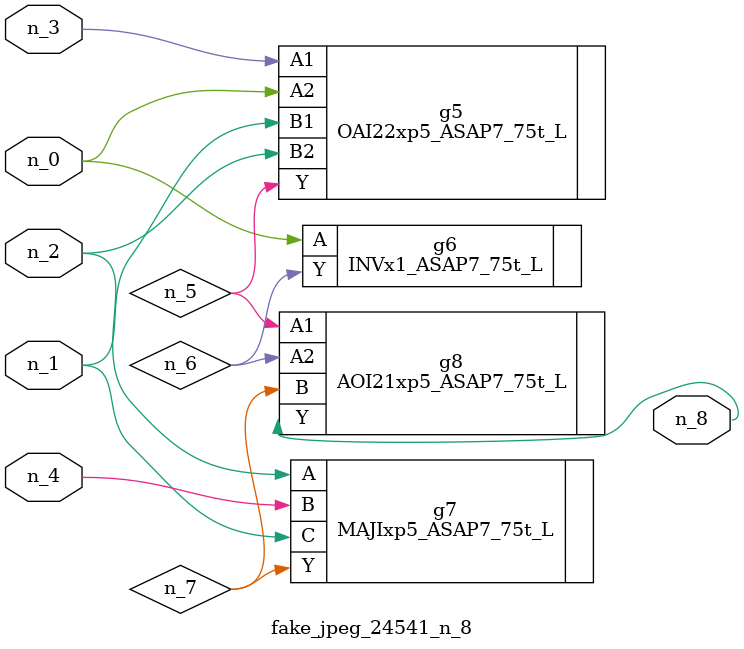
<source format=v>
module fake_jpeg_24541_n_8 (n_3, n_2, n_1, n_0, n_4, n_8);

input n_3;
input n_2;
input n_1;
input n_0;
input n_4;

output n_8;

wire n_6;
wire n_5;
wire n_7;

OAI22xp5_ASAP7_75t_L g5 ( 
.A1(n_3),
.A2(n_0),
.B1(n_1),
.B2(n_2),
.Y(n_5)
);

INVx1_ASAP7_75t_L g6 ( 
.A(n_0),
.Y(n_6)
);

MAJIxp5_ASAP7_75t_L g7 ( 
.A(n_2),
.B(n_4),
.C(n_1),
.Y(n_7)
);

AOI21xp5_ASAP7_75t_L g8 ( 
.A1(n_5),
.A2(n_6),
.B(n_7),
.Y(n_8)
);


endmodule
</source>
